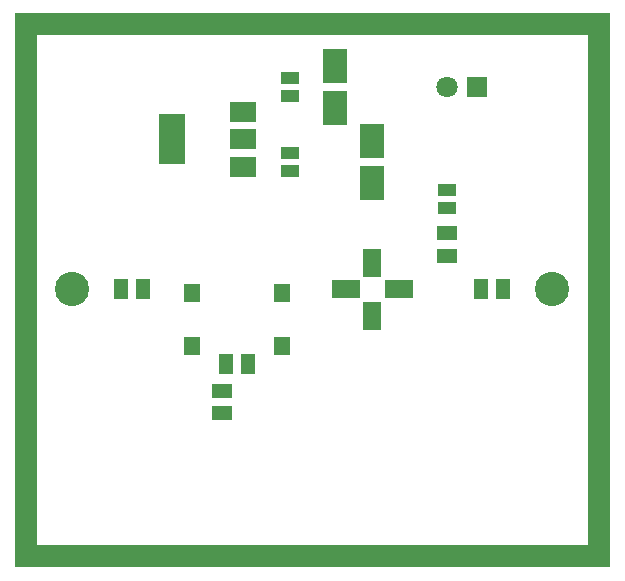
<source format=gts>
G04 #@! TF.FileFunction,Soldermask,Top*
%FSLAX46Y46*%
G04 Gerber Fmt 4.6, Leading zero omitted, Abs format (unit mm)*
G04 Created by KiCad (PCBNEW (2016-01-30 BZR 6528, Git 351752f)-product) date Thu 07 Jul 2016 01:24:39 AM CEST*
%MOMM*%
G01*
G04 APERTURE LIST*
%ADD10C,0.100000*%
%ADD11R,2.000200X3.000960*%
%ADD12R,1.543000X1.035000*%
%ADD13R,1.400000X1.600000*%
%ADD14R,1.797000X1.289000*%
%ADD15R,1.289000X1.797000*%
%ADD16R,2.200860X1.700480*%
%ADD17R,2.200860X4.199840*%
%ADD18C,2.900000*%
%ADD19R,1.797000X1.797000*%
%ADD20C,1.797000*%
%ADD21R,1.900000X1.900000*%
%ADD22R,2.400000X1.900000*%
%ADD23R,2.400000X1.500000*%
%ADD24R,1.500000X2.400000*%
G04 APERTURE END LIST*
D10*
D11*
X142875000Y-91335860D03*
X142875000Y-87734140D03*
D12*
X139065000Y-90297000D03*
X139065000Y-88773000D03*
D13*
X130810000Y-106970000D03*
X130810000Y-111470000D03*
D14*
X133350000Y-115252500D03*
X133350000Y-117157500D03*
D12*
X139065000Y-95123000D03*
X139065000Y-96647000D03*
D11*
X146050000Y-94084140D03*
X146050000Y-97685860D03*
D13*
X138430000Y-111470000D03*
X138430000Y-106970000D03*
D15*
X157162500Y-106680000D03*
X155257500Y-106680000D03*
X124777500Y-106680000D03*
X126682500Y-106680000D03*
X133667500Y-113030000D03*
X135572500Y-113030000D03*
D14*
X152400000Y-101917500D03*
X152400000Y-103822500D03*
D12*
X152400000Y-98298000D03*
X152400000Y-99822000D03*
D16*
X135079740Y-96281240D03*
X135079740Y-93980000D03*
X135079740Y-91678760D03*
D17*
X129080260Y-93980000D03*
D18*
X120650000Y-106680000D03*
X161290000Y-106680000D03*
D19*
X154940000Y-89535000D03*
D20*
X152400000Y-89535000D03*
D21*
X163750000Y-84250000D03*
X162250000Y-84250000D03*
X160750000Y-84250000D03*
X159250000Y-84250000D03*
X157750000Y-84250000D03*
X156250000Y-84250000D03*
X154750000Y-84250000D03*
X153250000Y-84250000D03*
X151750000Y-84250000D03*
X150250000Y-84250000D03*
X148750000Y-84250000D03*
X147250000Y-84250000D03*
X145750000Y-84250000D03*
X144250000Y-84250000D03*
X142750000Y-84250000D03*
X118250000Y-84250000D03*
X119750000Y-84250000D03*
X121250000Y-84250000D03*
X122750000Y-84250000D03*
X124250000Y-84250000D03*
X125750000Y-84250000D03*
X127250000Y-84250000D03*
X128750000Y-84250000D03*
X130250000Y-84250000D03*
X131750000Y-84250000D03*
X133250000Y-84250000D03*
X134750000Y-84250000D03*
X136250000Y-84250000D03*
X137750000Y-84250000D03*
X139250000Y-84250000D03*
D22*
X141000000Y-84250000D03*
D21*
X165250000Y-129250000D03*
X165250000Y-127750000D03*
X165250000Y-126250000D03*
X165250000Y-124750000D03*
X165250000Y-123250000D03*
X165250000Y-121750000D03*
X165250000Y-120250000D03*
X165250000Y-118750000D03*
X165250000Y-117250000D03*
X165250000Y-115750000D03*
X165250000Y-114250000D03*
X165250000Y-112750000D03*
X165250000Y-111250000D03*
X165250000Y-109750000D03*
X165250000Y-108250000D03*
X165250000Y-106750000D03*
X165250000Y-105250000D03*
X165250000Y-103750000D03*
X165250000Y-102250000D03*
X165250000Y-100750000D03*
X165250000Y-99250000D03*
X165250000Y-97750000D03*
X165250000Y-96250000D03*
X165250000Y-94750000D03*
X165250000Y-93250000D03*
X165250000Y-91750000D03*
X165250000Y-90250000D03*
X165250000Y-88750000D03*
X165250000Y-87250000D03*
X165250000Y-85750000D03*
X165250000Y-84250000D03*
X116750000Y-84250000D03*
X116750000Y-85750000D03*
X116750000Y-87250000D03*
X116750000Y-88750000D03*
X116750000Y-90250000D03*
X116750000Y-91750000D03*
X116750000Y-93250000D03*
X116750000Y-94750000D03*
X116750000Y-96250000D03*
X116750000Y-97750000D03*
X116750000Y-99250000D03*
X116750000Y-100750000D03*
X116750000Y-102250000D03*
X116750000Y-103750000D03*
X116750000Y-105250000D03*
X116750000Y-106750000D03*
X116750000Y-108250000D03*
X116750000Y-109750000D03*
X116750000Y-111250000D03*
X116750000Y-112750000D03*
X116750000Y-114250000D03*
X116750000Y-115750000D03*
X116750000Y-117250000D03*
X116750000Y-118750000D03*
X116750000Y-120250000D03*
X116750000Y-121750000D03*
X116750000Y-123250000D03*
X116750000Y-124750000D03*
X116750000Y-126250000D03*
X116750000Y-127750000D03*
X116750000Y-129250000D03*
D22*
X141000000Y-129250000D03*
D21*
X139250000Y-129250000D03*
X137750000Y-129250000D03*
X136250000Y-129250000D03*
X134750000Y-129250000D03*
X133250000Y-129250000D03*
X131750000Y-129250000D03*
X130250000Y-129250000D03*
X128750000Y-129250000D03*
X127250000Y-129250000D03*
X125750000Y-129250000D03*
X124250000Y-129250000D03*
X122750000Y-129250000D03*
X121250000Y-129250000D03*
X119750000Y-129250000D03*
X118250000Y-129250000D03*
X142750000Y-129250000D03*
X144250000Y-129250000D03*
X145750000Y-129250000D03*
X147250000Y-129250000D03*
X148750000Y-129250000D03*
X150250000Y-129250000D03*
X151750000Y-129250000D03*
X153250000Y-129250000D03*
X154750000Y-129250000D03*
X156250000Y-129250000D03*
X157750000Y-129250000D03*
X159250000Y-129250000D03*
X160750000Y-129250000D03*
X162250000Y-129250000D03*
X163750000Y-129250000D03*
D23*
X143800000Y-106680000D03*
X148300000Y-106680000D03*
D24*
X146050000Y-108930000D03*
X146050000Y-104430000D03*
M02*

</source>
